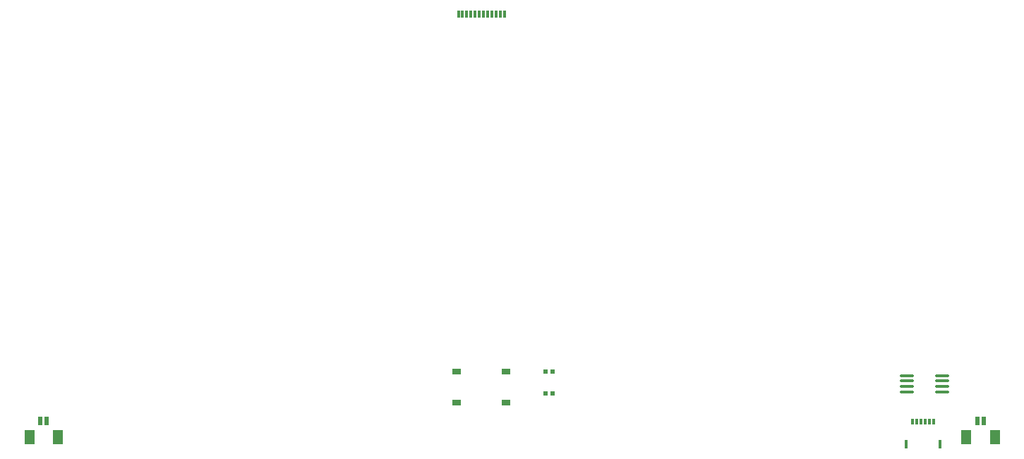
<source format=gbr>
%TF.GenerationSoftware,KiCad,Pcbnew,8.0.2*%
%TF.CreationDate,2024-07-17T22:12:22-07:00*%
%TF.ProjectId,UGC_Main_R4,5547435f-4d61-4696-9e5f-52342e6b6963,rev?*%
%TF.SameCoordinates,Original*%
%TF.FileFunction,Paste,Bot*%
%TF.FilePolarity,Positive*%
%FSLAX46Y46*%
G04 Gerber Fmt 4.6, Leading zero omitted, Abs format (unit mm)*
G04 Created by KiCad (PCBNEW 8.0.2) date 2024-07-17 22:12:22*
%MOMM*%
%LPD*%
G01*
G04 APERTURE LIST*
G04 Aperture macros list*
%AMRoundRect*
0 Rectangle with rounded corners*
0 $1 Rounding radius*
0 $2 $3 $4 $5 $6 $7 $8 $9 X,Y pos of 4 corners*
0 Add a 4 corners polygon primitive as box body*
4,1,4,$2,$3,$4,$5,$6,$7,$8,$9,$2,$3,0*
0 Add four circle primitives for the rounded corners*
1,1,$1+$1,$2,$3*
1,1,$1+$1,$4,$5*
1,1,$1+$1,$6,$7*
1,1,$1+$1,$8,$9*
0 Add four rect primitives between the rounded corners*
20,1,$1+$1,$2,$3,$4,$5,0*
20,1,$1+$1,$4,$5,$6,$7,0*
20,1,$1+$1,$6,$7,$8,$9,0*
20,1,$1+$1,$8,$9,$2,$3,0*%
G04 Aperture macros list end*
%ADD10R,1.000000X0.750000*%
%ADD11R,0.500000X1.000000*%
%ADD12R,1.200000X1.700000*%
%ADD13R,0.500000X0.550000*%
%ADD14R,0.300000X0.700000*%
%ADD15R,0.300000X1.000000*%
%ADD16R,0.350000X0.890000*%
%ADD17RoundRect,0.100000X0.712500X0.100000X-0.712500X0.100000X-0.712500X-0.100000X0.712500X-0.100000X0*%
G04 APERTURE END LIST*
D10*
%TO.C,SW14*%
X221483657Y-133609400D03*
X215483657Y-133609400D03*
X221483657Y-137359400D03*
X215483657Y-137359400D03*
%TD*%
D11*
%TO.C,J10*%
X166363600Y-139564800D03*
X165563600Y-139564800D03*
D12*
X167663600Y-141514800D03*
X164263600Y-141514800D03*
%TD*%
D13*
%TO.C,SW15*%
X227025200Y-136245600D03*
X226225200Y-136245600D03*
X227025200Y-133595600D03*
X226225200Y-133595600D03*
%TD*%
D14*
%TO.C,J13*%
X272740173Y-139656580D03*
X272240173Y-139656580D03*
X271740173Y-139656580D03*
X271240173Y-139656580D03*
X270740173Y-139656580D03*
X270240173Y-139656580D03*
D15*
X273530173Y-142306580D03*
X269450173Y-142306580D03*
%TD*%
D11*
%TO.C,J1*%
X278784000Y-139564800D03*
X277984000Y-139564800D03*
D12*
X280084000Y-141514800D03*
X276684000Y-141514800D03*
%TD*%
D16*
%TO.C,J5*%
X215733635Y-90709400D03*
X216233635Y-90709400D03*
X216733635Y-90709400D03*
X217233635Y-90709400D03*
X217733635Y-90709400D03*
X218233635Y-90709400D03*
X218733635Y-90709400D03*
X219233635Y-90709400D03*
X219733635Y-90709400D03*
X220233635Y-90709400D03*
X220733635Y-90709400D03*
X221233635Y-90709400D03*
%TD*%
D17*
%TO.C,U7*%
X273740100Y-134102200D03*
X273740100Y-134752200D03*
X273740100Y-135402200D03*
X273740100Y-136052200D03*
X269515100Y-136052200D03*
X269515100Y-135402200D03*
X269515100Y-134752200D03*
X269515100Y-134102200D03*
%TD*%
M02*

</source>
